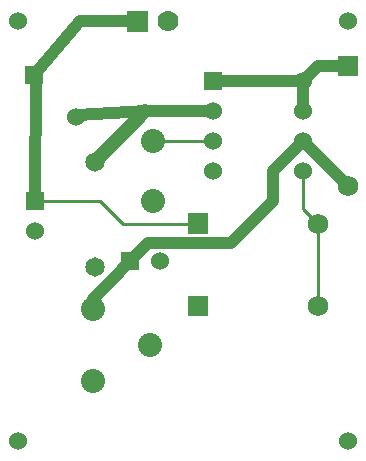
<source format=gtl>
G04 start of page 2 for group 0 idx 0 *
G04 Title: (unknown), top *
G04 Creator: pcb 20110918 *
G04 CreationDate: Tue 15 Sep 2015 23:51:39 GMT UTC *
G04 For: ksarkies *
G04 Format: Gerber/RS-274X *
G04 PCB-Dimensions: 130000 160000 *
G04 PCB-Coordinate-Origin: lower left *
%MOIN*%
%FSLAX25Y25*%
%LNTOP*%
%ADD26C,0.0440*%
%ADD25C,0.0280*%
%ADD24C,0.0300*%
%ADD23C,0.0280*%
%ADD22C,0.0350*%
%ADD21C,0.0380*%
%ADD20C,0.0680*%
%ADD19C,0.0650*%
%ADD18C,0.0800*%
%ADD17C,0.0600*%
%ADD16C,0.0800*%
%ADD15C,0.0700*%
%ADD14C,0.0001*%
%ADD13C,0.0450*%
%ADD12C,0.0100*%
%ADD11C,0.0400*%
G54D11*X53500Y76000D02*X81000D01*
X95000Y90000D01*
Y100000D01*
X105000Y110000D01*
X120000Y95000D01*
Y135000D02*X110000D01*
X105000Y130000D01*
Y120000D01*
Y130000D02*X75000D01*
G54D12*X55000Y110000D02*X75000D01*
G54D11*X52600Y120100D02*X74900D01*
G54D12*X75000Y120000D01*
X105000Y100000D02*Y87500D01*
X110000Y82500D01*
Y55000D01*
G54D11*X16100Y132842D02*X15900Y90000D01*
G54D12*X37500D01*
G54D11*X50000Y150000D02*X30858D01*
X15368Y132110D01*
G54D12*X16100Y132842D01*
G54D11*X35000Y54000D02*Y57500D01*
X53500Y76000D01*
G54D12*X37500Y90000D02*X45000Y82500D01*
X70000D01*
G54D13*X52500Y120000D02*X35000Y102500D01*
G54D11*X52500Y120000D01*
X30242Y118700D01*
G54D12*X52311Y119811D01*
G54D14*G36*
X46500Y153500D02*Y146500D01*
X53500D01*
Y153500D01*
X46500D01*
G37*
G54D15*X60000Y150000D03*
G54D16*X55000Y110000D03*
G54D14*G36*
X72000Y133000D02*Y127000D01*
X78000D01*
Y133000D01*
X72000D01*
G37*
G54D17*X75000Y120000D03*
Y110000D03*
Y100000D03*
G54D14*G36*
X66600Y85900D02*Y79100D01*
X73400D01*
Y85900D01*
X66600D01*
G37*
G36*
X44500Y73000D02*Y67000D01*
X50500D01*
Y73000D01*
X44500D01*
G37*
G54D17*X57500Y70000D03*
G54D18*X35000Y54000D03*
X54000Y41900D03*
X35000Y30000D03*
G54D19*X35600Y67900D03*
G54D16*X55000Y90000D03*
G54D14*G36*
X12368Y135110D02*Y129110D01*
X18368D01*
Y135110D01*
X12368D01*
G37*
G36*
X12900Y93000D02*Y87000D01*
X18900D01*
Y93000D01*
X12900D01*
G37*
G54D17*X15900Y80000D03*
X10000Y10000D03*
X29510Y117968D03*
G54D19*X35600Y102900D03*
G54D14*G36*
X66600Y58400D02*Y51600D01*
X73400D01*
Y58400D01*
X66600D01*
G37*
G54D17*X10000Y150000D03*
X105000Y100000D03*
Y110000D03*
Y120000D03*
G54D20*X120000Y95000D03*
X110000Y55000D03*
Y82500D03*
G54D17*X105000Y130000D03*
G54D14*G36*
X116600Y138400D02*Y131600D01*
X123400D01*
Y138400D01*
X116600D01*
G37*
G54D17*X120000Y150000D03*
Y10000D03*
G54D21*G54D22*G54D23*G54D21*G54D24*G54D25*G54D11*G54D22*G54D24*G54D26*G54D24*G54D11*G54D21*G54D26*G54D23*G54D21*G54D23*G54D21*G54D26*M02*

</source>
